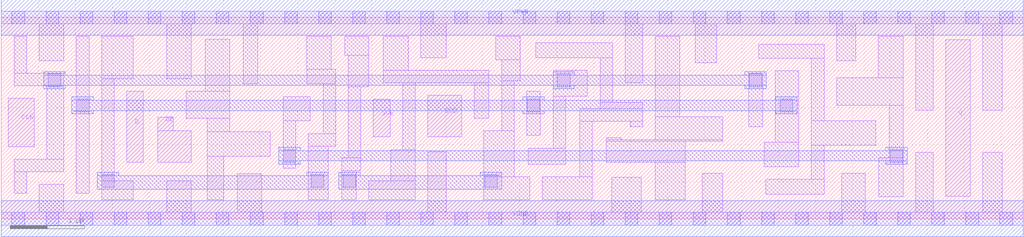
<source format=lef>
# Copyright 2020 The SkyWater PDK Authors
#
# Licensed under the Apache License, Version 2.0 (the "License");
# you may not use this file except in compliance with the License.
# You may obtain a copy of the License at
#
#     https://www.apache.org/licenses/LICENSE-2.0
#
# Unless required by applicable law or agreed to in writing, software
# distributed under the License is distributed on an "AS IS" BASIS,
# WITHOUT WARRANTIES OR CONDITIONS OF ANY KIND, either express or implied.
# See the License for the specific language governing permissions and
# limitations under the License.
#
# SPDX-License-Identifier: Apache-2.0

VERSION 5.7 ;
  NAMESCASESENSITIVE ON ;
  NOWIREEXTENSIONATPIN ON ;
  DIVIDERCHAR "/" ;
  BUSBITCHARS "[]" ;
UNITS
  DATABASE MICRONS 200 ;
END UNITS
MACRO sky130_fd_sc_hd__sedfxtp_2
  CLASS CORE ;
  FOREIGN sky130_fd_sc_hd__sedfxtp_2 ;
  ORIGIN  0.000000  0.000000 ;
  SIZE  13.80000 BY  2.720000 ;
  SYMMETRY X Y R90 ;
  SITE unithd ;
  PIN D
    ANTENNAGATEAREA  0.159000 ;
    DIRECTION INPUT ;
    USE SIGNAL ;
    PORT
      LAYER li1 ;
        RECT 1.695000 0.765000 1.915000 1.720000 ;
    END
  END D
  PIN DE
    ANTENNAGATEAREA  0.318000 ;
    DIRECTION INPUT ;
    USE SIGNAL ;
    PORT
      LAYER li1 ;
        RECT 2.110000 0.765000 2.565000 1.185000 ;
        RECT 2.110000 1.185000 2.325000 1.370000 ;
    END
  END DE
  PIN Q
    ANTENNADIFFAREA  0.445500 ;
    DIRECTION OUTPUT ;
    USE SIGNAL ;
    PORT
      LAYER li1 ;
        RECT 12.755000 0.305000 13.085000 2.420000 ;
    END
  END Q
  PIN SCD
    ANTENNAGATEAREA  0.159000 ;
    DIRECTION INPUT ;
    USE SIGNAL ;
    PORT
      LAYER li1 ;
        RECT 5.760000 1.105000 6.215000 1.665000 ;
    END
  END SCD
  PIN SCE
    ANTENNAGATEAREA  0.318000 ;
    DIRECTION INPUT ;
    USE SIGNAL ;
    PORT
      LAYER li1 ;
        RECT 5.025000 1.105000 5.250000 1.615000 ;
    END
  END SCE
  PIN CLK
    ANTENNAGATEAREA  0.159000 ;
    DIRECTION INPUT ;
    USE CLOCK ;
    PORT
      LAYER li1 ;
        RECT 0.095000 0.975000 0.445000 1.625000 ;
    END
  END CLK
  PIN VGND
    DIRECTION INOUT ;
    SHAPE ABUTMENT ;
    USE GROUND ;
    PORT
      LAYER met1 ;
        RECT 0.000000 -0.240000 13.800000 0.240000 ;
    END
  END VGND
  PIN VPWR
    DIRECTION INOUT ;
    SHAPE ABUTMENT ;
    USE POWER ;
    PORT
      LAYER met1 ;
        RECT 0.000000 2.480000 13.800000 2.960000 ;
    END
  END VPWR
  OBS
    LAYER li1 ;
      RECT  0.000000 -0.085000 13.800000 0.085000 ;
      RECT  0.000000  2.635000 13.800000 2.805000 ;
      RECT  0.175000  0.345000  0.345000 0.635000 ;
      RECT  0.175000  0.635000  0.845000 0.805000 ;
      RECT  0.175000  1.795000  0.845000 1.965000 ;
      RECT  0.175000  1.965000  0.345000 2.465000 ;
      RECT  0.515000  0.085000  0.845000 0.465000 ;
      RECT  0.515000  2.135000  0.845000 2.635000 ;
      RECT  0.615000  0.805000  0.845000 1.795000 ;
      RECT  1.015000  0.345000  1.185000 2.465000 ;
      RECT  1.355000  0.255000  1.785000 0.515000 ;
      RECT  1.355000  0.515000  1.525000 1.890000 ;
      RECT  1.355000  1.890000  1.785000 2.465000 ;
      RECT  2.235000  0.085000  2.565000 0.515000 ;
      RECT  2.235000  1.890000  2.565000 2.635000 ;
      RECT  2.495000  1.355000  3.085000 1.720000 ;
      RECT  2.755000  1.720000  3.085000 2.425000 ;
      RECT  2.780000  0.255000  3.005000 0.845000 ;
      RECT  2.780000  0.845000  3.635000 1.175000 ;
      RECT  2.780000  1.175000  3.085000 1.355000 ;
      RECT  3.185000  0.085000  3.515000 0.610000 ;
      RECT  3.265000  1.825000  3.460000 2.635000 ;
      RECT  3.805000  0.685000  3.975000 1.320000 ;
      RECT  3.805000  1.320000  4.175000 1.650000 ;
      RECT  4.125000  1.820000  4.515000 2.020000 ;
      RECT  4.125000  2.020000  4.455000 2.465000 ;
      RECT  4.145000  0.255000  4.415000 0.980000 ;
      RECT  4.145000  0.980000  4.515000 1.150000 ;
      RECT  4.345000  1.150000  4.515000 1.820000 ;
      RECT  4.595000  0.255000  4.795000 0.645000 ;
      RECT  4.595000  0.645000  4.855000 0.825000 ;
      RECT  4.635000  2.210000  4.965000 2.465000 ;
      RECT  4.685000  0.825000  4.855000 1.785000 ;
      RECT  4.685000  1.785000  4.965000 2.210000 ;
      RECT  4.965000  0.255000  5.590000 0.515000 ;
      RECT  5.155000  1.835000  6.585000 2.005000 ;
      RECT  5.155000  2.005000  5.495000 2.465000 ;
      RECT  5.260000  0.515000  5.590000 0.935000 ;
      RECT  5.420000  0.935000  5.590000 1.835000 ;
      RECT  5.665000  2.175000  6.010000 2.635000 ;
      RECT  5.760000  0.085000  6.010000 0.905000 ;
      RECT  6.385000  1.355000  6.585000 1.835000 ;
      RECT  6.515000  0.255000  7.135000 0.565000 ;
      RECT  6.515000  0.565000  6.925000 1.185000 ;
      RECT  6.675000  2.150000  7.005000 2.465000 ;
      RECT  6.755000  1.185000  6.925000 1.865000 ;
      RECT  6.755000  1.865000  7.005000 2.150000 ;
      RECT  7.095000  1.125000  7.280000 1.720000 ;
      RECT  7.115000  0.735000  7.620000 0.955000 ;
      RECT  7.215000  2.175000  8.255000 2.375000 ;
      RECT  7.305000  0.255000  7.980000 0.565000 ;
      RECT  7.450000  0.955000  7.620000 1.655000 ;
      RECT  7.450000  1.655000  7.915000 2.005000 ;
      RECT  7.810000  0.565000  7.980000 1.315000 ;
      RECT  7.810000  1.315000  8.660000 1.485000 ;
      RECT  8.085000  1.485000  8.660000 1.575000 ;
      RECT  8.085000  1.575000  8.255000 2.175000 ;
      RECT  8.170000  0.765000  9.235000 1.045000 ;
      RECT  8.170000  1.045000  9.745000 1.065000 ;
      RECT  8.170000  1.065000  8.370000 1.095000 ;
      RECT  8.245000  0.085000  8.640000 0.560000 ;
      RECT  8.425000  1.835000  8.660000 2.635000 ;
      RECT  8.490000  1.245000  8.660000 1.315000 ;
      RECT  8.830000  0.255000  9.235000 0.765000 ;
      RECT  8.830000  1.065000  9.745000 1.375000 ;
      RECT  8.830000  1.375000  9.160000 2.465000 ;
      RECT  9.370000  2.105000  9.660000 2.635000 ;
      RECT  9.465000  0.085000  9.740000 0.615000 ;
      RECT 10.090000  1.245000 10.280000 1.965000 ;
      RECT 10.225000  2.165000 11.110000 2.355000 ;
      RECT 10.305000  0.705000 10.770000 1.035000 ;
      RECT 10.325000  0.330000 11.110000 0.535000 ;
      RECT 10.450000  1.035000 10.770000 1.995000 ;
      RECT 10.940000  0.535000 11.110000 0.995000 ;
      RECT 10.940000  0.995000 11.810000 1.325000 ;
      RECT 10.940000  1.325000 11.110000 2.165000 ;
      RECT 11.280000  1.530000 12.180000 1.905000 ;
      RECT 11.280000  2.135000 11.540000 2.635000 ;
      RECT 11.350000  0.085000 11.665000 0.615000 ;
      RECT 11.840000  1.905000 12.180000 2.465000 ;
      RECT 11.850000  0.300000 12.180000 0.825000 ;
      RECT 11.990000  0.825000 12.180000 1.530000 ;
      RECT 12.350000  0.085000 12.585000 0.900000 ;
      RECT 12.350000  1.465000 12.585000 2.635000 ;
      RECT 13.255000  0.085000 13.515000 0.900000 ;
      RECT 13.255000  1.465000 13.515000 2.635000 ;
    LAYER mcon ;
      RECT  0.145000 -0.085000  0.315000 0.085000 ;
      RECT  0.145000  2.635000  0.315000 2.805000 ;
      RECT  0.605000 -0.085000  0.775000 0.085000 ;
      RECT  0.605000  2.635000  0.775000 2.805000 ;
      RECT  0.635000  1.785000  0.805000 1.955000 ;
      RECT  1.015000  1.445000  1.185000 1.615000 ;
      RECT  1.065000 -0.085000  1.235000 0.085000 ;
      RECT  1.065000  2.635000  1.235000 2.805000 ;
      RECT  1.355000  0.425000  1.525000 0.595000 ;
      RECT  1.525000 -0.085000  1.695000 0.085000 ;
      RECT  1.525000  2.635000  1.695000 2.805000 ;
      RECT  1.985000 -0.085000  2.155000 0.085000 ;
      RECT  1.985000  2.635000  2.155000 2.805000 ;
      RECT  2.445000 -0.085000  2.615000 0.085000 ;
      RECT  2.445000  2.635000  2.615000 2.805000 ;
      RECT  2.905000 -0.085000  3.075000 0.085000 ;
      RECT  2.905000  2.635000  3.075000 2.805000 ;
      RECT  3.365000 -0.085000  3.535000 0.085000 ;
      RECT  3.365000  2.635000  3.535000 2.805000 ;
      RECT  3.805000  0.765000  3.975000 0.935000 ;
      RECT  3.825000 -0.085000  3.995000 0.085000 ;
      RECT  3.825000  2.635000  3.995000 2.805000 ;
      RECT  4.185000  0.425000  4.355000 0.595000 ;
      RECT  4.285000 -0.085000  4.455000 0.085000 ;
      RECT  4.285000  2.635000  4.455000 2.805000 ;
      RECT  4.615000  0.425000  4.785000 0.595000 ;
      RECT  4.745000 -0.085000  4.915000 0.085000 ;
      RECT  4.745000  2.635000  4.915000 2.805000 ;
      RECT  5.205000 -0.085000  5.375000 0.085000 ;
      RECT  5.205000  2.635000  5.375000 2.805000 ;
      RECT  5.665000 -0.085000  5.835000 0.085000 ;
      RECT  5.665000  2.635000  5.835000 2.805000 ;
      RECT  6.125000 -0.085000  6.295000 0.085000 ;
      RECT  6.125000  2.635000  6.295000 2.805000 ;
      RECT  6.530000  0.425000  6.700000 0.595000 ;
      RECT  6.585000 -0.085000  6.755000 0.085000 ;
      RECT  6.585000  2.635000  6.755000 2.805000 ;
      RECT  7.045000 -0.085000  7.215000 0.085000 ;
      RECT  7.045000  2.635000  7.215000 2.805000 ;
      RECT  7.100000  1.445000  7.270000 1.615000 ;
      RECT  7.505000 -0.085000  7.675000 0.085000 ;
      RECT  7.505000  2.635000  7.675000 2.805000 ;
      RECT  7.510000  1.785000  7.680000 1.955000 ;
      RECT  7.965000 -0.085000  8.135000 0.085000 ;
      RECT  7.965000  2.635000  8.135000 2.805000 ;
      RECT  8.425000 -0.085000  8.595000 0.085000 ;
      RECT  8.425000  2.635000  8.595000 2.805000 ;
      RECT  8.885000 -0.085000  9.055000 0.085000 ;
      RECT  8.885000  2.635000  9.055000 2.805000 ;
      RECT  9.345000 -0.085000  9.515000 0.085000 ;
      RECT  9.345000  2.635000  9.515000 2.805000 ;
      RECT  9.805000 -0.085000  9.975000 0.085000 ;
      RECT  9.805000  2.635000  9.975000 2.805000 ;
      RECT 10.100000  1.785000 10.270000 1.955000 ;
      RECT 10.265000 -0.085000 10.435000 0.085000 ;
      RECT 10.265000  2.635000 10.435000 2.805000 ;
      RECT 10.520000  1.445000 10.690000 1.615000 ;
      RECT 10.725000 -0.085000 10.895000 0.085000 ;
      RECT 10.725000  2.635000 10.895000 2.805000 ;
      RECT 11.185000 -0.085000 11.355000 0.085000 ;
      RECT 11.185000  2.635000 11.355000 2.805000 ;
      RECT 11.645000 -0.085000 11.815000 0.085000 ;
      RECT 11.645000  2.635000 11.815000 2.805000 ;
      RECT 12.000000  0.765000 12.170000 0.935000 ;
      RECT 12.105000 -0.085000 12.275000 0.085000 ;
      RECT 12.105000  2.635000 12.275000 2.805000 ;
      RECT 12.565000 -0.085000 12.735000 0.085000 ;
      RECT 12.565000  2.635000 12.735000 2.805000 ;
      RECT 13.025000 -0.085000 13.195000 0.085000 ;
      RECT 13.025000  2.635000 13.195000 2.805000 ;
      RECT 13.485000 -0.085000 13.655000 0.085000 ;
      RECT 13.485000  2.635000 13.655000 2.805000 ;
    LAYER met1 ;
      RECT  0.575000 1.755000  0.865000 1.800000 ;
      RECT  0.575000 1.800000 10.330000 1.940000 ;
      RECT  0.575000 1.940000  0.865000 1.985000 ;
      RECT  0.955000 1.415000  1.245000 1.460000 ;
      RECT  0.955000 1.460000 10.750000 1.600000 ;
      RECT  0.955000 1.600000  1.245000 1.645000 ;
      RECT  1.295000 0.395000  4.415000 0.580000 ;
      RECT  1.295000 0.580000  1.585000 0.625000 ;
      RECT  3.745000 0.735000  4.035000 0.780000 ;
      RECT  3.745000 0.780000 12.230000 0.920000 ;
      RECT  3.745000 0.920000  4.035000 0.965000 ;
      RECT  4.125000 0.580000  4.415000 0.625000 ;
      RECT  4.555000 0.395000  6.760000 0.580000 ;
      RECT  4.555000 0.580000  4.845000 0.625000 ;
      RECT  6.470000 0.580000  6.760000 0.625000 ;
      RECT  7.040000 1.415000  7.330000 1.460000 ;
      RECT  7.040000 1.600000  7.330000 1.645000 ;
      RECT  7.450000 1.755000  7.740000 1.800000 ;
      RECT  7.450000 1.940000  7.740000 1.985000 ;
      RECT 10.040000 1.755000 10.330000 1.800000 ;
      RECT 10.040000 1.940000 10.330000 1.985000 ;
      RECT 10.460000 1.415000 10.750000 1.460000 ;
      RECT 10.460000 1.600000 10.750000 1.645000 ;
      RECT 11.940000 0.735000 12.230000 0.780000 ;
      RECT 11.940000 0.920000 12.230000 0.965000 ;
  END
END sky130_fd_sc_hd__sedfxtp_2
END LIBRARY

</source>
